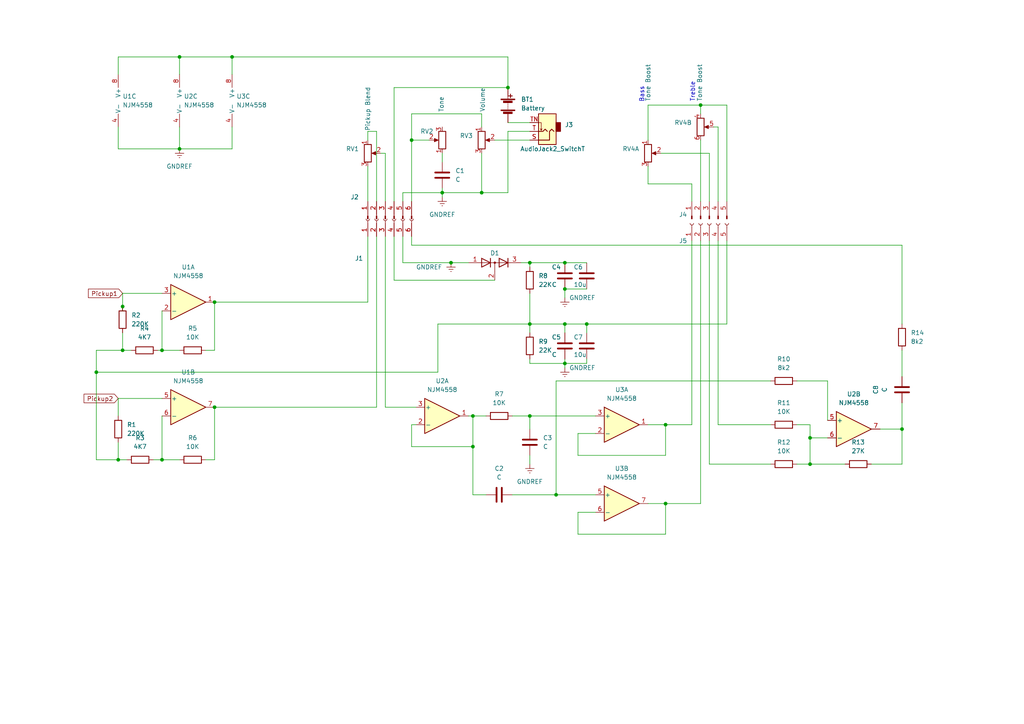
<source format=kicad_sch>
(kicad_sch (version 20231120) (generator "eeschema") (generator_version "8.0")
  (paper "A4")
  (lib_symbols
    (symbol "Amplifier_Operational:NJM4558" (pin_names (offset 0.127))
      (property "Reference" "U" (at 0 5.08 0))
      (property "Value" "NJM4558" (at 0 -5.08 0))
      (symbol "NJM4558_1_1"
        (polyline (pts (xy -5.08 5.08) (xy 5.08 0) (xy -5.08 -5.08) (xy -5.08 5.08)) (stroke (width 0.254)) (fill (type background)))
        (pin output line (at 7.62 0 180) (length 2.54) (name "~") (number "1"))
        (pin input line (at -7.62 -2.54 0) (length 2.54) (name "-") (number "2"))
        (pin input line (at -7.62 2.54 0) (length 2.54) (name "+") (number "3"))
      )
      (symbol "NJM4558_2_1"
        (polyline (pts (xy -5.08 5.08) (xy 5.08 0) (xy -5.08 -5.08) (xy -5.08 5.08)) (stroke (width 0.254)) (fill (type background)))
        (pin input line (at -7.62 2.54 0) (length 2.54) (name "+") (number "5"))
        (pin input line (at -7.62 -2.54 0) (length 2.54) (name "-") (number "6"))
        (pin output line (at 7.62 0 180) (length 2.54) (name "~") (number "7"))
      )
      (symbol "NJM4558_3_1"
        (pin power_in line (at -2.54 -7.62 90) (length 3.81) (name "V-") (number "4"))
        (pin power_in line (at -2.54 7.62 270) (length 3.81) (name "V+") (number "8"))
      )
    )
    (symbol "Connector:AudioJack2_SwitchT"
      (property "Reference" "J" (at 0 8.89 0))
      (property "Value" "AudioJack2_SwitchT" (at 0 6.35 0))
      (symbol "AudioJack2_SwitchT_0_1"
        (rectangle (start -2.54 0) (end -3.81 -2.54) (stroke (width 0.254)) (fill (type outline)))
        (polyline (pts (xy 1.778 -0.254) (xy 2.032 -0.762)))
        (polyline (pts (xy 0 0) (xy 0.635 -0.635) (xy 1.27 0) (xy 2.54 0)) (stroke (width 0.254)))
        (polyline (pts (xy 2.54 -2.54) (xy 1.778 -2.54) (xy 1.778 -0.254) (xy 1.524 -0.762)))
        (polyline (pts (xy 2.54 2.54) (xy -0.635 2.54) (xy -0.635 0) (xy -1.27 -0.635) (xy -1.905 0)) (stroke (width 0.254)))
        (rectangle (start 2.54 3.81) (end -2.54 -5.08) (stroke (width 0.254)) (fill (type background)))
      )
      (symbol "AudioJack2_SwitchT_1_1"
        (pin passive line (at 5.08 2.54 180) (length 2.54) (name "~") (number "S"))
        (pin passive line (at 5.08 0 180) (length 2.54) (name "~") (number "T"))
        (pin passive line (at 5.08 -2.54 180) (length 2.54) (name "~") (number "TN"))
      )
    )
    (symbol "Connector:Conn_01x05_Female" (pin_names (offset 1.016) hide)
      (property "Reference" "J" (at 0 7.62 0))
      (property "Value" "Conn_01x05_Female" (at 0 -7.62 0))
      (symbol "Conn_01x05_Female_1_1"
        (arc (start 0 -4.572) (mid -0.5058 -5.08) (end 0 -5.588) (stroke (width 0.1524)))
        (arc (start 0 -2.032) (mid -0.5058 -2.54) (end 0 -3.048) (stroke (width 0.1524)))
        (polyline (pts (xy -1.27 -5.08) (xy -0.508 -5.08)) (stroke (width 0.1524)))
        (polyline (pts (xy -1.27 -2.54) (xy -0.508 -2.54)) (stroke (width 0.1524)))
        (polyline (pts (xy -1.27 0) (xy -0.508 0)) (stroke (width 0.1524)))
        (polyline (pts (xy -1.27 2.54) (xy -0.508 2.54)) (stroke (width 0.1524)))
        (polyline (pts (xy -1.27 5.08) (xy -0.508 5.08)) (stroke (width 0.1524)))
        (arc (start 0 0.508) (mid -0.5058 0) (end 0 -0.508) (stroke (width 0.1524)))
        (arc (start 0 3.048) (mid -0.5058 2.54) (end 0 2.032) (stroke (width 0.1524)))
        (arc (start 0 5.588) (mid -0.5058 5.08) (end 0 4.572) (stroke (width 0.1524)))
        (pin passive line (at -5.08 5.08 0) (length 3.81) (name "Pin_1") (number "1"))
        (pin passive line (at -5.08 2.54 0) (length 3.81) (name "Pin_2") (number "2"))
        (pin passive line (at -5.08 0 0) (length 3.81) (name "Pin_3") (number "3"))
        (pin passive line (at -5.08 -2.54 0) (length 3.81) (name "Pin_4") (number "4"))
        (pin passive line (at -5.08 -5.08 0) (length 3.81) (name "Pin_5") (number "5"))
      )
    )
    (symbol "Connector:Conn_01x05_Male" (pin_names (offset 1.016) hide)
      (property "Reference" "J" (at 0 7.62 0))
      (property "Value" "Conn_01x05_Male" (at 0 -7.62 0))
      (symbol "Conn_01x05_Male_1_1"
        (polyline (pts (xy 1.27 -5.08) (xy 0.8636 -5.08)) (stroke (width 0.1524)))
        (polyline (pts (xy 1.27 -2.54) (xy 0.8636 -2.54)) (stroke (width 0.1524)))
        (polyline (pts (xy 1.27 0) (xy 0.8636 0)) (stroke (width 0.1524)))
        (polyline (pts (xy 1.27 2.54) (xy 0.8636 2.54)) (stroke (width 0.1524)))
        (polyline (pts (xy 1.27 5.08) (xy 0.8636 5.08)) (stroke (width 0.1524)))
        (rectangle (start 0.8636 -4.953) (end 0 -5.207) (stroke (width 0.1524)) (fill (type outline)))
        (rectangle (start 0.8636 -2.413) (end 0 -2.667) (stroke (width 0.1524)) (fill (type outline)))
        (rectangle (start 0.8636 0.127) (end 0 -0.127) (stroke (width 0.1524)) (fill (type outline)))
        (rectangle (start 0.8636 2.667) (end 0 2.413) (stroke (width 0.1524)) (fill (type outline)))
        (rectangle (start 0.8636 5.207) (end 0 4.953) (stroke (width 0.1524)) (fill (type outline)))
        (pin passive line (at 5.08 5.08 180) (length 3.81) (name "Pin_1") (number "1"))
        (pin passive line (at 5.08 2.54 180) (length 3.81) (name "Pin_2") (number "2"))
        (pin passive line (at 5.08 0 180) (length 3.81) (name "Pin_3") (number "3"))
        (pin passive line (at 5.08 -2.54 180) (length 3.81) (name "Pin_4") (number "4"))
        (pin passive line (at 5.08 -5.08 180) (length 3.81) (name "Pin_5") (number "5"))
      )
    )
    (symbol "Connector:Conn_01x06_Female" (pin_names (offset 1.016) hide)
      (property "Reference" "J" (at 0 7.62 0))
      (property "Value" "Conn_01x06_Female" (at 0 -10.16 0))
      (symbol "Conn_01x06_Female_1_1"
        (arc (start 0 -7.112) (mid -0.5058 -7.62) (end 0 -8.128) (stroke (width 0.1524)))
        (arc (start 0 -4.572) (mid -0.5058 -5.08) (end 0 -5.588) (stroke (width 0.1524)))
        (arc (start 0 -2.032) (mid -0.5058 -2.54) (end 0 -3.048) (stroke (width 0.1524)))
        (polyline (pts (xy -1.27 -7.62) (xy -0.508 -7.62)) (stroke (width 0.1524)))
        (polyline (pts (xy -1.27 -5.08) (xy -0.508 -5.08)) (stroke (width 0.1524)))
        (polyline (pts (xy -1.27 -2.54) (xy -0.508 -2.54)) (stroke (width 0.1524)))
        (polyline (pts (xy -1.27 0) (xy -0.508 0)) (stroke (width 0.1524)))
        (polyline (pts (xy -1.27 2.54) (xy -0.508 2.54)) (stroke (width 0.1524)))
        (polyline (pts (xy -1.27 5.08) (xy -0.508 5.08)) (stroke (width 0.1524)))
        (arc (start 0 0.508) (mid -0.5058 0) (end 0 -0.508) (stroke (width 0.1524)))
        (arc (start 0 3.048) (mid -0.5058 2.54) (end 0 2.032) (stroke (width 0.1524)))
        (arc (start 0 5.588) (mid -0.5058 5.08) (end 0 4.572) (stroke (width 0.1524)))
        (pin passive line (at -5.08 5.08 0) (length 3.81) (name "Pin_1") (number "1"))
        (pin passive line (at -5.08 2.54 0) (length 3.81) (name "Pin_2") (number "2"))
        (pin passive line (at -5.08 0 0) (length 3.81) (name "Pin_3") (number "3"))
        (pin passive line (at -5.08 -2.54 0) (length 3.81) (name "Pin_4") (number "4"))
        (pin passive line (at -5.08 -5.08 0) (length 3.81) (name "Pin_5") (number "5"))
        (pin passive line (at -5.08 -7.62 0) (length 3.81) (name "Pin_6") (number "6"))
      )
    )
    (symbol "Connector:Conn_01x06_Male" (pin_names (offset 1.016) hide)
      (property "Reference" "J" (at 0 7.62 0))
      (property "Value" "Conn_01x06_Male" (at 0 -10.16 0))
      (symbol "Conn_01x06_Male_1_1"
        (polyline (pts (xy 1.27 -7.62) (xy 0.8636 -7.62)) (stroke (width 0.1524)))
        (polyline (pts (xy 1.27 -5.08) (xy 0.8636 -5.08)) (stroke (width 0.1524)))
        (polyline (pts (xy 1.27 -2.54) (xy 0.8636 -2.54)) (stroke (width 0.1524)))
        (polyline (pts (xy 1.27 0) (xy 0.8636 0)) (stroke (width 0.1524)))
        (polyline (pts (xy 1.27 2.54) (xy 0.8636 2.54)) (stroke (width 0.1524)))
        (polyline (pts (xy 1.27 5.08) (xy 0.8636 5.08)) (stroke (width 0.1524)))
        (rectangle (start 0.8636 -7.493) (end 0 -7.747) (stroke (width 0.1524)) (fill (type outline)))
        (rectangle (start 0.8636 -4.953) (end 0 -5.207) (stroke (width 0.1524)) (fill (type outline)))
        (rectangle (start 0.8636 -2.413) (end 0 -2.667) (stroke (width 0.1524)) (fill (type outline)))
        (rectangle (start 0.8636 0.127) (end 0 -0.127) (stroke (width 0.1524)) (fill (type outline)))
        (rectangle (start 0.8636 2.667) (end 0 2.413) (stroke (width 0.1524)) (fill (type outline)))
        (rectangle (start 0.8636 5.207) (end 0 4.953) (stroke (width 0.1524)) (fill (type outline)))
        (pin passive line (at 5.08 5.08 180) (length 3.81) (name "Pin_1") (number "1"))
        (pin passive line (at 5.08 2.54 180) (length 3.81) (name "Pin_2") (number "2"))
        (pin passive line (at 5.08 0 180) (length 3.81) (name "Pin_3") (number "3"))
        (pin passive line (at 5.08 -2.54 180) (length 3.81) (name "Pin_4") (number "4"))
        (pin passive line (at 5.08 -5.08 180) (length 3.81) (name "Pin_5") (number "5"))
        (pin passive line (at 5.08 -7.62 180) (length 3.81) (name "Pin_6") (number "6"))
      )
    )
    (symbol "Device:Battery" (pin_numbers hide) (pin_names (offset 0) hide)
      (property "Reference" "BT" (at 2.54 2.54 0))
      (property "Value" "Battery" (at 2.54 0 0))
      (symbol "Battery_0_1"
        (rectangle (start -2.032 -1.397) (end 2.032 -1.651) (fill (type outline)))
        (rectangle (start -2.032 1.778) (end 2.032 1.524) (fill (type outline)))
        (rectangle (start -1.3208 -1.9812) (end 1.27 -2.4892) (fill (type outline)))
        (rectangle (start -1.3208 1.1938) (end 1.27 0.6858) (fill (type outline)))
        (polyline (pts (xy 0 -1.524) (xy 0 -1.27)))
        (polyline (pts (xy 0 -1.016) (xy 0 -0.762)))
        (polyline (pts (xy 0 -0.508) (xy 0 -0.254)))
        (polyline (pts (xy 0 0) (xy 0 0.254)))
        (polyline (pts (xy 0 0.508) (xy 0 0.762)))
        (polyline (pts (xy 0 1.778) (xy 0 2.54)))
        (polyline (pts (xy 0.254 2.667) (xy 1.27 2.667)) (stroke (width 0.254)))
        (polyline (pts (xy 0.762 3.175) (xy 0.762 2.159)) (stroke (width 0.254)))
      )
      (symbol "Battery_1_1"
        (pin passive line (at 0 5.08 270) (length 2.54) (name "+") (number "1"))
        (pin passive line (at 0 -5.08 90) (length 2.54) (name "-") (number "2"))
      )
    )
    (symbol "Device:C" (pin_numbers hide) (pin_names (offset 0.254))
      (property "Reference" "C" (at 0.635 2.54 0))
      (property "Value" "C" (at 0.635 -2.54 0))
      (symbol "C_0_1"
        (polyline (pts (xy -2.032 -0.762) (xy 2.032 -0.762)) (stroke (width 0.508)))
        (polyline (pts (xy -2.032 0.762) (xy 2.032 0.762)) (stroke (width 0.508)))
      )
      (symbol "C_1_1"
        (pin passive line (at 0 3.81 270) (length 2.794) (name "~") (number "1"))
        (pin passive line (at 0 -3.81 90) (length 2.794) (name "~") (number "2"))
      )
    )
    (symbol "Device:D_Dual_Series_ACK" (pin_names (offset 0.762) hide)
      (property "Reference" "D" (at 1.27 -2.54 0))
      (property "Value" "D_Dual_Series_ACK" (at 0 2.54 0))
      (symbol "D_Dual_Series_ACK_0_1"
        (polyline (pts (xy 0 0) (xy 0 -2.54)))
        (polyline (pts (xy 3.81 0) (xy -3.81 0)))
        (polyline (pts (xy 6.35 0) (xy 7.62 0)))
        (polyline (pts (xy -1.27 -1.27) (xy -1.27 1.27) (xy -1.27 1.27)) (stroke (width 0.254)))
        (polyline (pts (xy 3.81 1.27) (xy 3.81 -1.27) (xy 3.81 -1.27)) (stroke (width 0.254)))
        (polyline (pts (xy -3.81 1.27) (xy -1.27 0) (xy -3.81 -1.27) (xy -3.81 1.27) (xy -3.81 1.27) (xy -3.81 1.27)) (stroke (width 0.254)))
        (polyline (pts (xy 1.27 1.27) (xy 3.81 0) (xy 1.27 -1.27) (xy 1.27 1.27) (xy 1.27 1.27) (xy 1.27 1.27)) (stroke (width 0.254)))
        (circle (center 0 0) (radius 0.254) (fill (type outline)))
        (pin passive line (at -7.62 0 0) (length 3.81) (name "A") (number "1"))
        (pin passive line (at 0 -5.08 90) (length 2.54) (name "common") (number "2"))
        (pin passive line (at 7.62 0 180) (length 3.81) (name "K") (number "3"))
      )
    )
    (symbol "Device:R" (pin_numbers hide) (pin_names (offset 0))
      (property "Reference" "R" (at 2.032 0 90))
      (property "Value" "R" (at 0 0 90))
      (symbol "R_0_1"
        (rectangle (start -1.016 -2.54) (end 1.016 2.54) (stroke (width 0.254)))
      )
      (symbol "R_1_1"
        (pin passive line (at 0 3.81 270) (length 1.27) (name "~") (number "1"))
        (pin passive line (at 0 -3.81 90) (length 1.27) (name "~") (number "2"))
      )
    )
    (symbol "Device:R_Potentiometer" (pin_names (offset 1.016) hide)
      (property "Reference" "RV" (at -4.445 0 90))
      (property "Value" "R_Potentiometer" (at -2.54 0 90))
      (symbol "R_Potentiometer_0_1"
        (polyline (pts (xy 2.54 0) (xy 1.524 0)))
        (polyline (pts (xy 1.143 0) (xy 2.286 0.508) (xy 2.286 -0.508) (xy 1.143 0)) (fill (type outline)))
        (rectangle (start 1.016 2.54) (end -1.016 -2.54) (stroke (width 0.254)))
      )
      (symbol "R_Potentiometer_1_1"
        (pin passive line (at 0 3.81 270) (length 1.27) (name "1") (number "1"))
        (pin passive line (at 3.81 0 180) (length 1.27) (name "2") (number "2"))
        (pin passive line (at 0 -3.81 90) (length 1.27) (name "3") (number "3"))
      )
    )
    (symbol "Device:R_Potentiometer_Dual_Separate" (pin_names (offset 1.016) hide)
      (property "Reference" "RV" (at -4.445 0 90))
      (property "Value" "R_Potentiometer_Dual_Separate" (at -2.54 0 90))
      (symbol "R_Potentiometer_Dual_Separate_0_1"
        (polyline (pts (xy 2.54 0) (xy 1.524 0)))
        (polyline (pts (xy 1.143 0) (xy 2.286 0.508) (xy 2.286 -0.508) (xy 1.143 0)) (fill (type outline)))
        (rectangle (start 1.016 2.54) (end -1.016 -2.54) (stroke (width 0.254)))
      )
      (symbol "R_Potentiometer_Dual_Separate_1_1"
        (pin passive line (at 0 3.81 270) (length 1.27) (name "1") (number "1"))
        (pin passive line (at 3.81 0 180) (length 1.27) (name "2") (number "2"))
        (pin passive line (at 0 -3.81 90) (length 1.27) (name "3") (number "3"))
      )
      (symbol "R_Potentiometer_Dual_Separate_2_1"
        (pin passive line (at 0 3.81 270) (length 1.27) (name "4") (number "4"))
        (pin passive line (at 3.81 0 180) (length 1.27) (name "5") (number "5"))
        (pin passive line (at 0 -3.81 90) (length 1.27) (name "6") (number "6"))
      )
    )
    (symbol "power:GNDREF" (power) (pin_names (offset 0))
      (property "Value" "GNDREF" (at 0 -3.81 0))
      (symbol "GNDREF_0_1"
        (polyline (pts (xy -0.635 -1.905) (xy 0.635 -1.905)))
        (polyline (pts (xy -0.127 -2.54) (xy 0.127 -2.54)))
        (polyline (pts (xy 0 -1.27) (xy 0 0)))
        (polyline (pts (xy 1.27 -1.27) (xy -1.27 -1.27)))
      )
      (symbol "GNDREF_1_1"
        (pin power_in line (at 0 0 270) (length 0) hide (name "GNDREF") (number "1"))
      )
    )
  )
  (junction (at 35.56 101.6))
  (junction (at 137.16 129.54))
  (junction (at 153.67 76.2))
  (junction (at 147.32 25.4))
  (junction (at 161.29 143.51))
  (junction (at 163.83 76.2))
  (junction (at 27.94 107.95))
  (junction (at 46.99 133.35))
  (junction (at 46.99 101.6))
  (junction (at 163.83 93.98))
  (junction (at 137.16 120.65))
  (junction (at 193.04 146.05))
  (junction (at 62.23 87.63))
  (junction (at 153.67 93.98))
  (junction (at 153.67 120.65))
  (junction (at 130.81 76.2))
  (junction (at 34.29 133.35))
  (junction (at 193.04 123.19))
  (junction (at 203.2 30.48))
  (junction (at 261.62 124.46))
  (junction (at 170.18 93.98))
  (junction (at 234.95 127))
  (junction (at 52.07 16.51))
  (junction (at 163.83 105.41))
  (junction (at 35.56 88.9))
  (junction (at 234.95 134.62))
  (junction (at 139.7 55.88))
  (junction (at 163.83 83.82))
  (junction (at 128.27 55.88))
  (junction (at 119.38 40.64))
  (junction (at 62.23 118.11))
  (junction (at 67.31 16.51))
  (junction (at 52.07 43.18))
  (wire (pts (xy 161.29 110.49) (xy 161.29 143.51)))
  (wire (pts (xy 139.7 36.83) (xy 139.7 33.02)))
  (wire (pts (xy 44.45 133.35) (xy 46.99 133.35)))
  (wire (pts (xy 62.23 133.35) (xy 59.69 133.35)))
  (wire (pts (xy 119.38 33.02) (xy 119.38 40.64)))
  (wire (pts (xy 143.51 81.28) (xy 114.3 81.28)))
  (wire (pts (xy 147.32 16.51) (xy 67.31 16.51)))
  (wire (pts (xy 45.72 101.6) (xy 46.99 101.6)))
  (wire (pts (xy 147.32 25.4) (xy 114.3 25.4)))
  (wire (pts (xy 139.7 33.02) (xy 119.38 33.02)))
  (wire (pts (xy 261.62 93.98) (xy 261.62 71.12)))
  (wire (pts (xy 34.29 128.27) (xy 34.29 133.35)))
  (wire (pts (xy 139.7 55.88) (xy 128.27 55.88)))
  (wire (pts (xy 62.23 87.63) (xy 106.68 87.63)))
  (wire (pts (xy 34.29 16.51) (xy 34.29 21.59)))
  (wire (pts (xy 223.52 123.19) (xy 208.28 123.19)))
  (wire (pts (xy 109.22 118.11) (xy 109.22 68.58)))
  (wire (pts (xy 161.29 143.51) (xy 172.72 143.51)))
  (wire (pts (xy 111.76 118.11) (xy 120.65 118.11)))
  (wire (pts (xy 67.31 16.51) (xy 67.31 21.59)))
  (wire (pts (xy 234.95 123.19) (xy 234.95 127)))
  (wire (pts (xy 67.31 16.51) (xy 52.07 16.51)))
  (wire (pts (xy 261.62 124.46) (xy 255.27 124.46)))
  (wire (pts (xy 210.82 69.85) (xy 210.82 93.98)))
  (wire (pts (xy 200.66 53.34) (xy 187.96 53.34)))
  (wire (pts (xy 106.68 87.63) (xy 106.68 68.58)))
  (wire (pts (xy 46.99 85.09) (xy 35.56 85.09)))
  (wire (pts (xy 62.23 101.6) (xy 59.69 101.6)))
  (wire (pts (xy 153.67 132.08) (xy 153.67 134.62)))
  (wire (pts (xy 27.94 107.95) (xy 127 107.95)))
  (wire (pts (xy 116.84 58.42) (xy 116.84 55.88)))
  (wire (pts (xy 109.22 38.1) (xy 109.22 58.42)))
  (wire (pts (xy 170.18 105.41) (xy 170.18 104.14)))
  (wire (pts (xy 205.74 69.85) (xy 205.74 134.62)))
  (wire (pts (xy 35.56 88.9) (xy 35.56 90.17)))
  (wire (pts (xy 147.32 35.56) (xy 153.67 35.56)))
  (wire (pts (xy 46.99 120.65) (xy 46.99 133.35)))
  (wire (pts (xy 137.16 120.65) (xy 140.97 120.65)))
  (wire (pts (xy 203.2 40.64) (xy 203.2 58.42)))
  (wire (pts (xy 163.83 83.82) (xy 163.83 86.36)))
  (wire (pts (xy 153.67 76.2) (xy 153.67 77.47)))
  (wire (pts (xy 147.32 25.4) (xy 147.32 16.51)))
  (wire (pts (xy 261.62 71.12) (xy 119.38 71.12)))
  (wire (pts (xy 137.16 129.54) (xy 137.16 120.65)))
  (wire (pts (xy 234.95 127) (xy 240.03 127)))
  (wire (pts (xy 203.2 30.48) (xy 203.2 33.02)))
  (wire (pts (xy 231.14 123.19) (xy 234.95 123.19)))
  (wire (pts (xy 172.72 148.59) (xy 167.64 148.59)))
  (wire (pts (xy 106.68 40.64) (xy 106.68 38.1)))
  (wire (pts (xy 203.2 69.85) (xy 203.2 146.05)))
  (wire (pts (xy 210.82 58.42) (xy 210.82 30.48)))
  (wire (pts (xy 210.82 93.98) (xy 170.18 93.98)))
  (wire (pts (xy 187.96 146.05) (xy 193.04 146.05)))
  (wire (pts (xy 153.67 93.98) (xy 163.83 93.98)))
  (wire (pts (xy 35.56 101.6) (xy 38.1 101.6)))
  (wire (pts (xy 119.38 58.42) (xy 119.38 40.64)))
  (wire (pts (xy 34.29 115.57) (xy 46.99 115.57)))
  (wire (pts (xy 153.67 120.65) (xy 172.72 120.65)))
  (wire (pts (xy 137.16 120.65) (xy 135.89 120.65)))
  (wire (pts (xy 35.56 101.6) (xy 27.94 101.6)))
  (wire (pts (xy 200.66 69.85) (xy 200.66 123.19)))
  (wire (pts (xy 153.67 124.46) (xy 153.67 120.65)))
  (wire (pts (xy 208.28 36.83) (xy 208.28 58.42)))
  (wire (pts (xy 200.66 123.19) (xy 193.04 123.19)))
  (wire (pts (xy 27.94 101.6) (xy 27.94 107.95)))
  (wire (pts (xy 153.67 93.98) (xy 153.67 96.52)))
  (wire (pts (xy 111.76 68.58) (xy 111.76 118.11)))
  (wire (pts (xy 116.84 55.88) (xy 128.27 55.88)))
  (wire (pts (xy 116.84 68.58) (xy 116.84 76.2)))
  (wire (pts (xy 153.67 85.09) (xy 153.67 93.98)))
  (wire (pts (xy 210.82 30.48) (xy 203.2 30.48)))
  (wire (pts (xy 35.56 85.09) (xy 35.56 88.9)))
  (wire (pts (xy 153.67 38.1) (xy 147.32 38.1)))
  (wire (pts (xy 193.04 132.08) (xy 193.04 123.19)))
  (wire (pts (xy 52.07 133.35) (xy 46.99 133.35)))
  (wire (pts (xy 127 93.98) (xy 127 107.95)))
  (wire (pts (xy 170.18 96.52) (xy 170.18 93.98)))
  (wire (pts (xy 200.66 58.42) (xy 200.66 53.34)))
  (wire (pts (xy 193.04 154.94) (xy 193.04 146.05)))
  (wire (pts (xy 240.03 110.49) (xy 240.03 121.92)))
  (wire (pts (xy 148.59 143.51) (xy 161.29 143.51)))
  (wire (pts (xy 46.99 101.6) (xy 52.07 101.6)))
  (wire (pts (xy 163.83 93.98) (xy 163.83 96.52)))
  (wire (pts (xy 261.62 116.84) (xy 261.62 124.46)))
  (wire (pts (xy 153.67 93.98) (xy 127 93.98)))
  (wire (pts (xy 119.38 129.54) (xy 137.16 129.54)))
  (wire (pts (xy 147.32 38.1) (xy 147.32 55.88)))
  (wire (pts (xy 140.97 143.51) (xy 137.16 143.51)))
  (wire (pts (xy 116.84 76.2) (xy 130.81 76.2)))
  (wire (pts (xy 120.65 123.19) (xy 119.38 123.19)))
  (wire (pts (xy 119.38 40.64) (xy 124.46 40.64)))
  (wire (pts (xy 261.62 101.6) (xy 261.62 109.22)))
  (wire (pts (xy 261.62 134.62) (xy 261.62 124.46)))
  (wire (pts (xy 187.96 53.34) (xy 187.96 48.26)))
  (wire (pts (xy 153.67 104.14) (xy 153.67 105.41)))
  (wire (pts (xy 139.7 44.45) (xy 139.7 55.88)))
  (wire (pts (xy 207.01 36.83) (xy 208.28 36.83)))
  (wire (pts (xy 35.56 96.52) (xy 35.56 101.6)))
  (wire (pts (xy 128.27 44.45) (xy 128.27 46.99)))
  (wire (pts (xy 153.67 76.2) (xy 163.83 76.2)))
  (wire (pts (xy 231.14 134.62) (xy 234.95 134.62)))
  (wire (pts (xy 234.95 134.62) (xy 245.11 134.62)))
  (wire (pts (xy 46.99 90.17) (xy 46.99 101.6)))
  (wire (pts (xy 167.64 154.94) (xy 193.04 154.94)))
  (wire (pts (xy 234.95 127) (xy 234.95 134.62)))
  (wire (pts (xy 163.83 105.41) (xy 170.18 105.41)))
  (wire (pts (xy 34.29 115.57) (xy 34.29 120.65)))
  (wire (pts (xy 223.52 134.62) (xy 205.74 134.62)))
  (wire (pts (xy 128.27 55.88) (xy 128.27 57.15)))
  (wire (pts (xy 111.76 44.45) (xy 111.76 58.42)))
  (wire (pts (xy 163.83 105.41) (xy 163.83 104.14)))
  (wire (pts (xy 34.29 36.83) (xy 34.29 43.18)))
  (wire (pts (xy 163.83 93.98) (xy 170.18 93.98)))
  (wire (pts (xy 34.29 43.18) (xy 52.07 43.18)))
  (wire (pts (xy 34.29 133.35) (xy 36.83 133.35)))
  (wire (pts (xy 187.96 30.48) (xy 203.2 30.48)))
  (wire (pts (xy 119.38 123.19) (xy 119.38 129.54)))
  (wire (pts (xy 130.81 76.2) (xy 135.89 76.2)))
  (wire (pts (xy 62.23 118.11) (xy 62.23 133.35)))
  (wire (pts (xy 172.72 125.73) (xy 167.64 125.73)))
  (wire (pts (xy 167.64 125.73) (xy 167.64 132.08)))
  (wire (pts (xy 128.27 54.61) (xy 128.27 55.88)))
  (wire (pts (xy 163.83 76.2) (xy 170.18 76.2)))
  (wire (pts (xy 67.31 36.83) (xy 67.31 43.18)))
  (wire (pts (xy 170.18 83.82) (xy 163.83 83.82)))
  (wire (pts (xy 167.64 132.08) (xy 193.04 132.08)))
  (wire (pts (xy 62.23 118.11) (xy 109.22 118.11)))
  (wire (pts (xy 52.07 16.51) (xy 34.29 16.51)))
  (wire (pts (xy 153.67 105.41) (xy 163.83 105.41)))
  (wire (pts (xy 208.28 69.85) (xy 208.28 123.19)))
  (wire (pts (xy 163.83 105.41) (xy 163.83 106.68)))
  (wire (pts (xy 147.32 55.88) (xy 139.7 55.88)))
  (wire (pts (xy 106.68 38.1) (xy 109.22 38.1)))
  (wire (pts (xy 110.49 44.45) (xy 111.76 44.45)))
  (wire (pts (xy 205.74 44.45) (xy 205.74 58.42)))
  (wire (pts (xy 114.3 25.4) (xy 114.3 58.42)))
  (wire (pts (xy 151.13 76.2) (xy 153.67 76.2)))
  (wire (pts (xy 52.07 16.51) (xy 52.07 21.59)))
  (wire (pts (xy 137.16 129.54) (xy 137.16 143.51)))
  (wire (pts (xy 106.68 48.26) (xy 106.68 58.42)))
  (wire (pts (xy 62.23 87.63) (xy 62.23 101.6)))
  (wire (pts (xy 27.94 133.35) (xy 34.29 133.35)))
  (wire (pts (xy 67.31 43.18) (xy 52.07 43.18)))
  (wire (pts (xy 187.96 30.48) (xy 187.96 40.64)))
  (wire (pts (xy 187.96 123.19) (xy 193.04 123.19)))
  (wire (pts (xy 203.2 146.05) (xy 193.04 146.05)))
  (wire (pts (xy 143.51 40.64) (xy 153.67 40.64)))
  (wire (pts (xy 52.07 36.83) (xy 52.07 43.18)))
  (wire (pts (xy 191.77 44.45) (xy 205.74 44.45)))
  (wire (pts (xy 114.3 68.58) (xy 114.3 81.28)))
  (wire (pts (xy 153.67 120.65) (xy 148.59 120.65)))
  (wire (pts (xy 167.64 148.59) (xy 167.64 154.94)))
  (wire (pts (xy 223.52 110.49) (xy 161.29 110.49)))
  (wire (pts (xy 231.14 110.49) (xy 240.03 110.49)))
  (wire (pts (xy 119.38 71.12) (xy 119.38 68.58)))
  (wire (pts (xy 252.73 134.62) (xy 261.62 134.62)))
  (wire (pts (xy 27.94 107.95) (xy 27.94 133.35)))
  (text "Bass" (at 186.182 27.432 90) (effects (font (size 1.27 1.27))))
  (text "Treble" (at 200.914 26.67 90) (effects (font (size 1.27 1.27))))
  (global_label "Pickup1" (shape input) (at 35.56 85.09 180) (property "Intersheetrefs" "${INTERSHEET_REFS}" (effects (hide yes))))
  (global_label "Pickup2" (shape input) (at 34.29 115.57 180) (property "Intersheetrefs" "${INTERSHEET_REFS}" (effects (hide yes))))
  (symbol (lib_id "Device:R") (at 144.78 120.65 90) (unit 1)
    (property "Reference" "R7" (at 144.78 114.3 90))
    (property "Value" "10K" (at 144.78 116.84 90))
  )
  (symbol (lib_id "Amplifier_Operational:NJM4558") (at 69.85 29.21 0) (unit 3)
    (property "Reference" "U3" (at 68.58 27.9399 0) (effects (justify left)))
    (property "Value" "NJM4558" (at 68.58 30.4799 0) (effects (justify left)))
    (property "Datasheet" "http://www.njr.com/semicon/PDF/NJM4558_NJM4559_E.pdf" (effects (hide yes)))
  )
  (symbol (lib_id "Device:C") (at 163.83 80.01 0) (unit 1)
    (property "Reference" "C4" (at 160.02 77.47 0) (effects (justify left)))
    (property "Value" "C" (at 160.02 82.55 0) (effects (justify left)))
  )
  (symbol (lib_id "Device:R_Potentiometer") (at 128.27 40.64 180) (unit 1)
    (property "Reference" "RV2" (at 121.92 38.1 0) (effects (justify right)))
    (property "Value" "Tone" (at 128.016 32.512 90) (effects (justify right)))
  )
  (symbol (lib_id "Amplifier_Operational:NJM4558") (at 128.27 120.65 0) (unit 1)
    (property "Reference" "U2" (at 128.27 110.49 0))
    (property "Value" "NJM4558" (at 128.27 113.03 0))
    (property "Datasheet" "http://www.njr.com/semicon/PDF/NJM4558_NJM4559_E.pdf" (effects (hide yes)))
  )
  (symbol (lib_id "Device:R") (at 55.88 133.35 90) (unit 1)
    (property "Reference" "R6" (at 55.88 127 90))
    (property "Value" "10K" (at 55.88 129.54 90))
  )
  (symbol (lib_id "Device:R_Potentiometer_Dual_Separate") (at 187.96 44.45 0) (unit 1)
    (property "Reference" "RV4" (at 185.42 43.1799 0) (effects (justify right)))
    (property "Value" "Tone Boost" (at 187.96 18.542 90) (effects (justify right)))
  )
  (symbol (lib_id "power:GNDREF") (at 128.27 57.15 0) (unit 1)
    (property "Reference" "#PWR01" (effects (hide yes)))
    (property "Value" "GNDREF" (at 128.27 62.23 0))
  )
  (symbol (lib_id "power:GNDREF") (at 130.81 76.2 0) (unit 1)
    (property "Reference" "#PWR02" (effects (hide yes)))
    (property "Value" "GNDREF" (at 124.46 77.47 0))
  )
  (symbol (lib_id "Device:R") (at 248.92 134.62 90) (unit 1)
    (property "Reference" "R13" (at 248.92 128.27 90))
    (property "Value" "27K" (at 248.92 130.81 90))
  )
  (symbol (lib_id "Device:R") (at 55.88 101.6 90) (unit 1)
    (property "Reference" "R5" (at 55.88 95.25 90))
    (property "Value" "10K" (at 55.88 97.79 90))
  )
  (symbol (lib_id "Connector:Conn_01x06_Male") (at 111.76 63.5 90) (unit 1)
    (property "Reference" "J1" (at 104.14 74.93 90))
    (property "Value" "Conn_01x06_Male" (effects (hide yes)))
  )
  (symbol (lib_id "Connector:Conn_01x06_Female") (at 111.76 63.5 90) (unit 1)
    (property "Reference" "J2" (at 102.87 57.15 90))
    (property "Value" "Conn_01x06_Female" (effects (hide yes)))
  )
  (symbol (lib_id "Connector:Conn_01x05_Male") (at 205.74 63.5 90) (unit 1)
    (property "Reference" "J4" (at 198.12 62.23 90))
    (property "Value" "Conn_01x05_Male" (effects (hide yes)))
  )
  (symbol (lib_id "Device:C") (at 163.83 100.33 0) (unit 1)
    (property "Reference" "C5" (at 160.02 97.79 0) (effects (justify left)))
    (property "Value" "C" (at 160.02 102.87 0) (effects (justify left)))
  )
  (symbol (lib_id "Device:R") (at 153.67 81.28 0) (unit 1)
    (property "Reference" "R8" (at 156.21 80.0099 0) (effects (justify left)))
    (property "Value" "22K" (at 156.21 82.5499 0) (effects (justify left)))
  )
  (symbol (lib_id "Amplifier_Operational:NJM4558") (at 180.34 123.19 0) (unit 1)
    (property "Reference" "U3" (at 180.34 113.03 0))
    (property "Value" "NJM4558" (at 180.34 115.57 0))
    (property "Datasheet" "http://www.njr.com/semicon/PDF/NJM4558_NJM4559_E.pdf" (effects (hide yes)))
  )
  (symbol (lib_id "power:GNDREF") (at 163.83 106.68 0) (unit 1)
    (property "Reference" "#PWR05" (effects (hide yes)))
    (property "Value" "GNDREF" (at 168.91 106.68 0))
  )
  (symbol (lib_id "Device:C") (at 128.27 50.8 0) (unit 1)
    (property "Reference" "C1" (at 132.08 49.5299 0) (effects (justify left)))
    (property "Value" "C" (at 132.08 52.0699 0) (effects (justify left)))
  )
  (symbol (lib_id "Device:R") (at 227.33 134.62 90) (unit 1)
    (property "Reference" "R12" (at 227.33 128.27 90))
    (property "Value" "10K" (at 227.33 130.81 90))
  )
  (symbol (lib_id "Device:R") (at 41.91 101.6 270) (unit 1)
    (property "Reference" "R4" (at 41.91 95.25 90))
    (property "Value" "4K7" (at 41.91 97.79 90))
  )
  (symbol (lib_id "Device:R") (at 227.33 110.49 90) (unit 1)
    (property "Reference" "R10" (at 227.33 104.14 90))
    (property "Value" "8k2" (at 227.33 106.68 90))
  )
  (symbol (lib_id "power:GNDREF") (at 163.83 86.36 0) (unit 1)
    (property "Reference" "#PWR04" (effects (hide yes)))
    (property "Value" "GNDREF" (at 168.91 86.36 0))
  )
  (symbol (lib_id "Device:R") (at 40.64 133.35 270) (unit 1)
    (property "Reference" "R3" (at 40.64 127 90))
    (property "Value" "4K7" (at 40.64 129.54 90))
  )
  (symbol (lib_id "Device:Battery") (at 147.32 30.48 0) (unit 1)
    (property "Reference" "BT1" (at 151.13 28.8289 0) (effects (justify left)))
    (property "Value" "Battery" (at 151.13 31.3689 0) (effects (justify left)))
  )
  (symbol (lib_id "Device:R") (at 34.29 124.46 0) (unit 1)
    (property "Reference" "R1" (at 36.83 123.1899 0) (effects (justify left)))
    (property "Value" "220K" (at 36.83 125.7299 0) (effects (justify left)))
  )
  (symbol (lib_id "Device:R") (at 227.33 123.19 90) (unit 1)
    (property "Reference" "R11" (at 227.33 116.84 90))
    (property "Value" "10K" (at 227.33 119.38 90))
  )
  (symbol (lib_id "Device:C") (at 261.62 113.03 180) (unit 1)
    (property "Reference" "C8" (at 254 113.03 90))
    (property "Value" "C" (at 256.54 113.03 90))
  )
  (symbol (lib_id "Device:C") (at 153.67 128.27 0) (unit 1)
    (property "Reference" "C3" (at 157.48 126.9999 0) (effects (justify left)))
    (property "Value" "C" (at 157.48 129.5399 0) (effects (justify left)))
  )
  (symbol (lib_id "Device:D_Dual_Series_ACK") (at 143.51 76.2 0) (unit 1)
    (property "Reference" "D1" (at 143.51 73.406 0))
    (property "Value" "D_Dual_Series_ACK" (effects (hide yes)))
  )
  (symbol (lib_id "Device:R") (at 35.56 92.71 0) (unit 1)
    (property "Reference" "R2" (at 38.1 91.4399 0) (effects (justify left)))
    (property "Value" "220K" (at 38.1 93.9799 0) (effects (justify left)))
  )
  (symbol (lib_id "Device:C") (at 144.78 143.51 90) (unit 1)
    (property "Reference" "C2" (at 144.78 135.89 90))
    (property "Value" "C" (at 144.78 138.43 90))
  )
  (symbol (lib_id "Amplifier_Operational:NJM4558") (at 54.61 29.21 0) (unit 3)
    (property "Reference" "U2" (at 53.34 27.9399 0) (effects (justify left)))
    (property "Value" "NJM4558" (at 53.34 30.4799 0) (effects (justify left)))
    (property "Datasheet" "http://www.njr.com/semicon/PDF/NJM4558_NJM4559_E.pdf" (effects (hide yes)))
  )
  (symbol (lib_id "Device:R_Potentiometer") (at 139.7 40.64 0) (unit 1)
    (property "Reference" "RV3" (at 137.16 39.3699 0) (effects (justify right)))
    (property "Value" "Volume" (at 139.954 25.4 90) (effects (justify right)))
  )
  (symbol (lib_id "Device:C") (at 170.18 100.33 0) (unit 1)
    (property "Reference" "C7" (at 166.37 97.79 0) (effects (justify left)))
    (property "Value" "10u" (at 166.37 102.87 0) (effects (justify left)))
  )
  (symbol (lib_id "Device:R_Potentiometer") (at 106.68 44.45 0) (unit 1)
    (property "Reference" "RV1" (at 104.14 43.1799 0) (effects (justify right)))
    (property "Value" "Pickup Blend" (at 106.68 25.146 90) (effects (justify right)))
  )
  (symbol (lib_id "Device:R") (at 261.62 97.79 180) (unit 1)
    (property "Reference" "R14" (at 264.16 96.5199 0) (effects (justify right)))
    (property "Value" "8k2" (at 264.16 99.0599 0) (effects (justify right)))
  )
  (symbol (lib_id "Device:R_Potentiometer_Dual_Separate") (at 203.2 36.83 0) (unit 2)
    (property "Reference" "RV4" (at 200.66 35.5599 0) (effects (justify right)))
    (property "Value" "Tone Boost" (at 202.946 18.542 90) (effects (justify right)))
  )
  (symbol (lib_id "Connector:AudioJack2_SwitchT") (at 158.75 38.1 180) (unit 1)
    (property "Reference" "J3" (at 163.83 36.1949 0) (effects (justify right)))
    (property "Value" "AudioJack2_SwitchT" (at 150.876 43.18 0) (effects (justify right)))
  )
  (symbol (lib_id "Amplifier_Operational:NJM4558") (at 36.83 29.21 0) (unit 3)
    (property "Reference" "U1" (at 35.56 27.9399 0) (effects (justify left)))
    (property "Value" "NJM4558" (at 35.56 30.4799 0) (effects (justify left)))
    (property "Datasheet" "http://www.njr.com/semicon/PDF/NJM4558_NJM4559_E.pdf" (effects (hide yes)))
  )
  (symbol (lib_id "Amplifier_Operational:NJM4558") (at 54.61 118.11 0) (unit 2)
    (property "Reference" "U1" (at 54.61 107.95 0))
    (property "Value" "NJM4558" (at 54.61 110.49 0))
    (property "Datasheet" "http://www.njr.com/semicon/PDF/NJM4558_NJM4559_E.pdf" (effects (hide yes)))
  )
  (symbol (lib_id "Device:C") (at 170.18 80.01 0) (unit 1)
    (property "Reference" "C6" (at 166.37 77.47 0) (effects (justify left)))
    (property "Value" "10u" (at 166.37 82.55 0) (effects (justify left)))
  )
  (symbol (lib_id "Amplifier_Operational:NJM4558") (at 180.34 146.05 0) (unit 2)
    (property "Reference" "U3" (at 180.34 135.89 0))
    (property "Value" "NJM4558" (at 180.34 138.43 0))
    (property "Datasheet" "http://www.njr.com/semicon/PDF/NJM4558_NJM4559_E.pdf" (effects (hide yes)))
  )
  (symbol (lib_id "Connector:Conn_01x05_Female") (at 205.74 64.77 90) (unit 1)
    (property "Reference" "J5" (at 198.12 69.85 90))
    (property "Value" "Conn_01x05_Female" (effects (hide yes)))
  )
  (symbol (lib_id "Amplifier_Operational:NJM4558") (at 54.61 87.63 0) (unit 1)
    (property "Reference" "U1" (at 54.61 77.47 0))
    (property "Value" "NJM4558" (at 54.61 80.01 0))
    (property "Datasheet" "http://www.njr.com/semicon/PDF/NJM4558_NJM4559_E.pdf" (effects (hide yes)))
  )
  (symbol (lib_id "Device:R") (at 153.67 100.33 0) (unit 1)
    (property "Reference" "R9" (at 156.21 99.0599 0) (effects (justify left)))
    (property "Value" "22K" (at 156.21 101.5999 0) (effects (justify left)))
  )
  (symbol (lib_id "power:GNDREF") (at 52.07 43.18 0) (unit 1)
    (property "Reference" "#PWR06" (effects (hide yes)))
    (property "Value" "GNDREF" (at 52.07 48.26 0))
  )
  (symbol (lib_id "Amplifier_Operational:NJM4558") (at 247.65 124.46 0) (unit 2)
    (property "Reference" "U2" (at 247.65 114.3 0))
    (property "Value" "NJM4558" (at 247.65 116.84 0))
    (property "Datasheet" "http://www.njr.com/semicon/PDF/NJM4558_NJM4559_E.pdf" (effects (hide yes)))
  )
  (symbol (lib_id "power:GNDREF") (at 153.67 134.62 0) (unit 1)
    (property "Reference" "#PWR03" (effects (hide yes)))
    (property "Value" "GNDREF" (at 153.67 139.7 0))
  )
)
</source>
